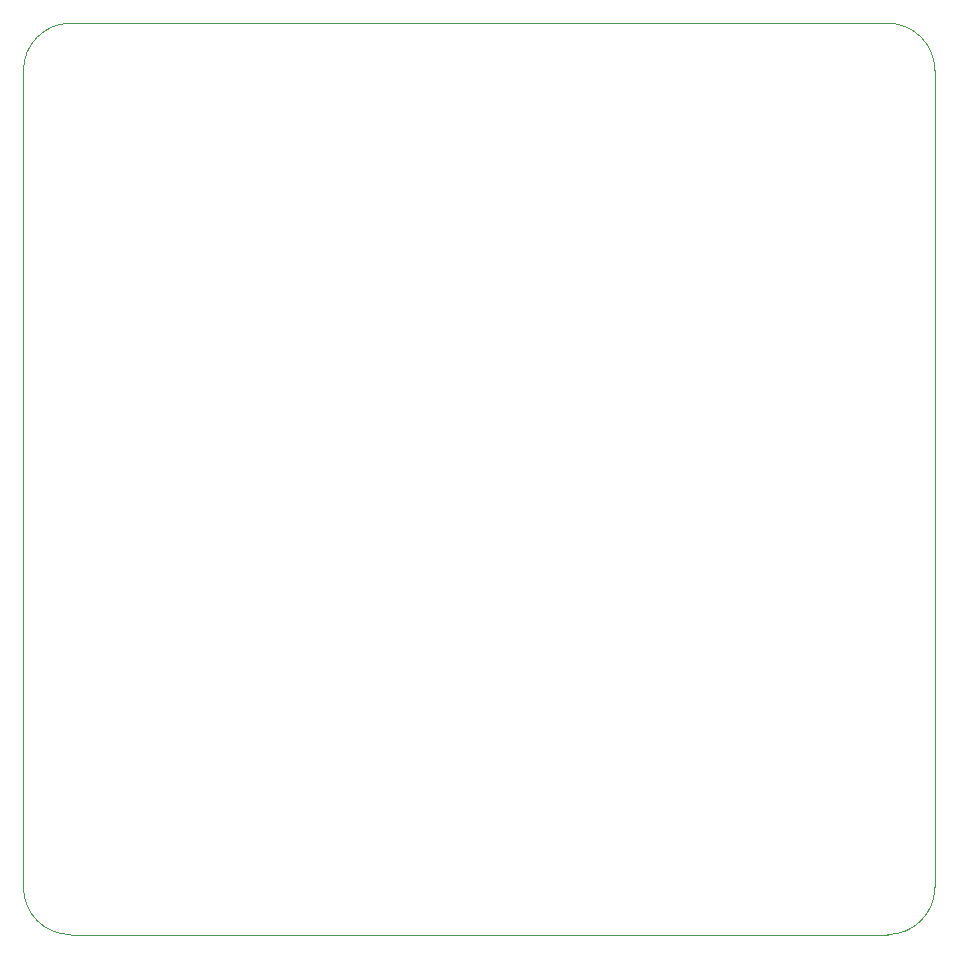
<source format=gm1>
G04 #@! TF.GenerationSoftware,KiCad,Pcbnew,7.0.8*
G04 #@! TF.CreationDate,2023-10-27T20:47:02+03:00*
G04 #@! TF.ProjectId,door-lock-pcb,646f6f72-2d6c-46f6-936b-2d7063622e6b,rev?*
G04 #@! TF.SameCoordinates,Original*
G04 #@! TF.FileFunction,Profile,NP*
%FSLAX46Y46*%
G04 Gerber Fmt 4.6, Leading zero omitted, Abs format (unit mm)*
G04 Created by KiCad (PCBNEW 7.0.8) date 2023-10-27 20:47:02*
%MOMM*%
%LPD*%
G01*
G04 APERTURE LIST*
G04 #@! TA.AperFunction,Profile*
%ADD10C,0.100000*%
G04 #@! TD*
G04 APERTURE END LIST*
D10*
X124409200Y-133185400D02*
X124409200Y-64020200D01*
X201574400Y-64020200D02*
G75*
G03*
X197574400Y-60020200I-4000000J0D01*
G01*
X128409200Y-60020200D02*
X197574400Y-60020200D01*
X197574400Y-137185400D02*
G75*
G03*
X201574400Y-133185400I0J4000000D01*
G01*
X197574400Y-137185400D02*
X128409200Y-137185400D01*
X201574400Y-64020200D02*
X201574400Y-133185400D01*
X128409200Y-60020200D02*
G75*
G03*
X124409200Y-64020200I0J-4000000D01*
G01*
X124409200Y-133185400D02*
G75*
G03*
X128409200Y-137185400I4000000J0D01*
G01*
M02*

</source>
